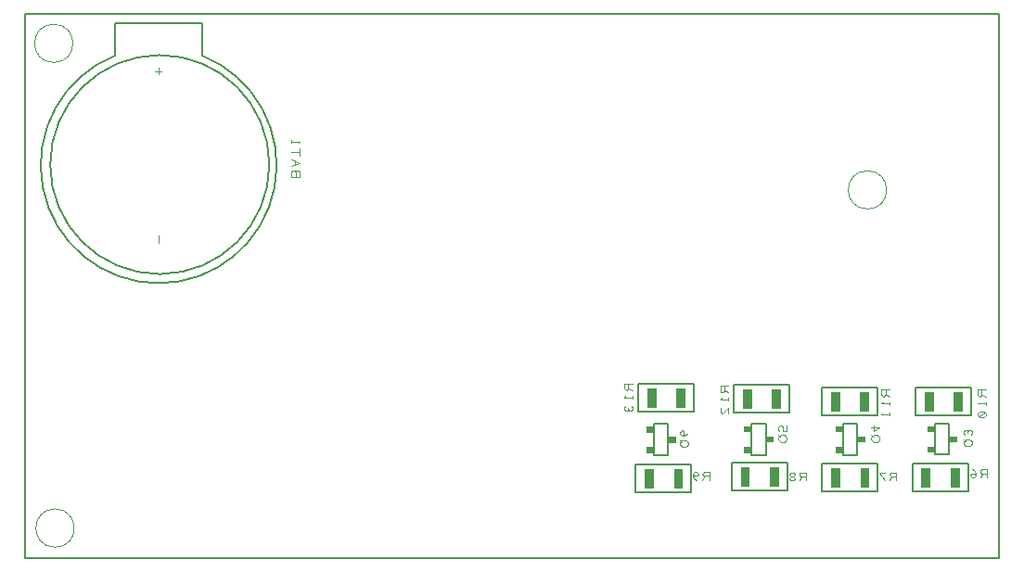
<source format=gbr>
%FSLAX35Y35*%
%MOIN*%
G04 EasyPC Gerber Version 18.0.8 Build 3632 *
%ADD11C,0.00100*%
%ADD13C,0.00394*%
%ADD126C,0.00400*%
%ADD10C,0.00500*%
%ADD16C,0.00600*%
%ADD19C,0.00800*%
X0Y0D02*
D02*
D10*
X11020Y250D02*
X361020D01*
Y195801*
X11020*
Y250*
X250469Y23902D02*
X230469D01*
Y33902*
X250469*
Y23902*
X251335Y52681D02*
X231335D01*
Y62681*
X251335*
Y52681*
X284878Y24315D02*
X264878D01*
Y34315*
X284878*
Y24315*
X285685Y52465D02*
X265685D01*
Y62465*
X285685*
Y52465*
X317309Y51579D02*
X297309D01*
Y61579*
X317309*
Y51579*
X317447Y23970D02*
X297447D01*
Y33970*
X317447*
Y23970*
X349839Y24089D02*
X329839D01*
Y34089*
X349839*
Y24089*
X351089Y51372D02*
X331089D01*
Y61372*
X351089*
Y51372*
D02*
D11*
X21325Y192061D02*
G75*
G03Y178281J-6890D01*
G01*
G75*
G03Y192061J6890*
G01*
X21788Y17780D02*
G75*
G03Y4000J-6890D01*
G01*
G75*
G03Y17780J6890*
G01*
X234404Y38170D02*
Y39970D01*
X236704*
Y38170*
X234404*
G36*
Y39970*
X236704*
Y38170*
X234404*
G37*
Y45570D02*
Y47370D01*
X236704*
Y45570*
X234404*
G36*
Y47370*
X236704*
Y45570*
X234404*
G37*
X236722Y25559D02*
X233769D01*
Y32252*
X236722*
Y25559*
G36*
X233769*
Y32252*
X236722*
Y25559*
G37*
X237588Y54338D02*
X234635D01*
Y61031*
X237588*
Y54338*
G36*
X234635*
Y61031*
X237588*
Y54338*
G37*
X242304Y41870D02*
Y43670D01*
X244604*
Y41870*
X242304*
G36*
Y43670*
X244604*
Y41870*
X242304*
G37*
X247169Y25552D02*
X244216D01*
Y32244*
X247169*
Y25552*
G36*
X244216*
Y32244*
X247169*
Y25552*
G37*
X248035Y54331D02*
X245082D01*
Y61024*
X248035*
Y54331*
G36*
X245082*
Y61024*
X248035*
Y54331*
G37*
X269493Y38239D02*
Y40039D01*
X271793*
Y38239*
X269493*
G36*
Y40039*
X271793*
Y38239*
X269493*
G37*
Y45639D02*
Y47439D01*
X271793*
Y45639*
X269493*
G36*
Y47439*
X271793*
Y45639*
X269493*
G37*
X271131Y25972D02*
X268178D01*
Y32665*
X271131*
Y25972*
G36*
X268178*
Y32665*
X271131*
Y25972*
G37*
X271939Y54122D02*
X268985D01*
Y60815*
X271939*
Y54122*
G36*
X268985*
Y60815*
X271939*
Y54122*
G37*
X277393Y41939D02*
Y43739D01*
X279693*
Y41939*
X277393*
G36*
Y43739*
X279693*
Y41939*
X277393*
G37*
X281578Y25965D02*
X278625D01*
Y32658*
X281578*
Y25965*
G36*
X278625*
Y32658*
X281578*
Y25965*
G37*
X282385Y54115D02*
X279432D01*
Y60807*
X282385*
Y54115*
G36*
X279432*
Y60807*
X282385*
Y54115*
G37*
X302367Y38239D02*
Y40039D01*
X304667*
Y38239*
X302367*
G36*
Y40039*
X304667*
Y38239*
X302367*
G37*
Y45639D02*
Y47439D01*
X304667*
Y45639*
X302367*
G36*
Y47439*
X304667*
Y45639*
X302367*
G37*
X303563Y53236D02*
X300609D01*
Y59929*
X303563*
Y53236*
G36*
X300609*
Y59929*
X303563*
Y53236*
G37*
X303700Y25628D02*
X300747D01*
Y32320*
X303700*
Y25628*
G36*
X300747*
Y32320*
X303700*
Y25628*
G37*
X310267Y41939D02*
Y43739D01*
X312567*
Y41939*
X310267*
G36*
Y43739*
X312567*
Y41939*
X310267*
G37*
X313746Y139374D02*
G75*
G03Y125594J-6890D01*
G01*
G75*
G03Y139374J6890*
G01*
X314009Y53229D02*
X311056D01*
Y59922*
X314009*
Y53229*
G36*
X311056*
Y59922*
X314009*
Y53229*
G37*
X314147Y25620D02*
X311194D01*
Y32313*
X314147*
Y25620*
G36*
X311194*
Y32313*
X314147*
Y25620*
G37*
X335369Y38317D02*
Y40117D01*
X337669*
Y38317*
X335369*
G36*
Y40117*
X337669*
Y38317*
X335369*
G37*
Y45717D02*
Y47517D01*
X337669*
Y45717*
X335369*
G36*
Y47517*
X337669*
Y45717*
X335369*
G37*
X336092Y25746D02*
X333139D01*
Y32439*
X336092*
Y25746*
G36*
X333139*
Y32439*
X336092*
Y25746*
G37*
X337342Y53029D02*
X334389D01*
Y59722*
X337342*
Y53029*
G36*
X334389*
Y59722*
X337342*
Y53029*
G37*
X343269Y42017D02*
Y43817D01*
X345569*
Y42017*
X343269*
G36*
Y43817*
X345569*
Y42017*
X343269*
G37*
X346539Y25739D02*
X343586D01*
Y32431*
X346539*
Y25739*
G36*
X343586*
Y32431*
X346539*
Y25739*
G37*
X347789Y53022D02*
X344836D01*
Y59715*
X347789*
Y53022*
G36*
X344836*
Y59715*
X347789*
Y53022*
G37*
D02*
D13*
X108235Y138774D02*
X107989Y139266D01*
X107496Y139512*
X107004Y139266*
X106758Y138774*
Y137051*
X109711*
Y138774*
X109465Y139266*
X108973Y139512*
X108481Y139266*
X108235Y138774*
Y137051*
X106758Y140988D02*
X109711Y142219D01*
X106758Y143449*
X107989Y141480D02*
Y142957D01*
X106758Y146156D02*
X109711D01*
Y144925D02*
Y147386D01*
X106758Y149354D02*
Y150339D01*
Y149846D02*
X109711D01*
X109219Y149354*
X229248Y62819D02*
X226296D01*
Y61096*
X226542Y60604*
X227034Y60358*
X227526Y60604*
X227772Y61096*
Y62819*
Y61096D02*
X229248Y60358D01*
Y58390D02*
Y57406D01*
Y57898D02*
X226296D01*
X226788Y58390*
X229002Y54699D02*
X229248Y54207D01*
Y53715*
X229002Y53222*
X228510Y52976*
X228018Y53222*
X227772Y53715*
Y54207*
Y53715D02*
X227526Y53222D01*
X227034Y52976*
X226542Y53222*
X226296Y53715*
Y54207*
X226542Y54699*
X247270Y40093D02*
X248254D01*
X248746Y40339*
X248993Y40585*
X249239Y41077*
Y41569*
X248993Y42061*
X248746Y42307*
X248254Y42553*
X247270*
X246778Y42307*
X246532Y42061*
X246286Y41569*
Y41077*
X246532Y40585*
X246778Y40339*
X247270Y40093*
X247024Y41815D02*
X246286Y42553D01*
X247024Y44030D02*
X247516Y44276D01*
X247762Y44768*
Y45260*
X247516Y45752*
X247024Y45998*
X246532Y45752*
X246286Y45260*
Y44768*
X246532Y44276*
X247024Y44030*
X247762*
X248500Y44276*
X248993Y44768*
X249239Y45260*
X256906Y28203D02*
Y31156D01*
X255183*
X254691Y30909*
X254445Y30417*
X254691Y29925*
X255183Y29679*
X256906*
X255183D02*
X254445Y28203D01*
X252231D02*
X251739Y28449D01*
X251246Y28941*
X251000Y29679*
Y30417*
X251246Y30909*
X251739Y31156*
X252231*
X252723Y30909*
X252969Y30417*
X252723Y29925*
X252231Y29679*
X251739*
X251246Y29925*
X251000Y30417*
X263806Y62091D02*
X260853D01*
Y60368*
X261099Y59876*
X261591Y59630*
X262083Y59876*
X262329Y60368*
Y62091*
Y60368D02*
X263806Y59630D01*
Y57661D02*
Y56677D01*
Y57169D02*
X260853D01*
X261345Y57661*
X263806Y52248D02*
Y54217D01*
X262083Y52494*
X261591Y52248*
X261099Y52494*
X260853Y52986*
Y53724*
X261099Y54217*
X282723Y41913D02*
X283707D01*
X284199Y42159*
X284445Y42406*
X284691Y42898*
Y43390*
X284445Y43882*
X284199Y44128*
X283707Y44374*
X282723*
X282231Y44128*
X281985Y43882*
X281739Y43390*
Y42898*
X281985Y42406*
X282231Y42159*
X282723Y41913*
X282477Y43636D02*
X281739Y44374D01*
X281985Y45850D02*
X281739Y46343D01*
Y47081*
X281985Y47573*
X282477Y47819*
X282723*
X283215Y47573*
X283461Y47081*
Y45850*
X284691*
Y47819*
X291640Y27957D02*
Y30909D01*
X289918*
X289426Y30663*
X289180Y30171*
X289426Y29679*
X289918Y29433*
X291640*
X289918D02*
X289180Y27957D01*
X286965Y29433D02*
X286473D01*
X285981Y29679*
X285735Y30171*
X285981Y30663*
X286473Y30909*
X286965*
X287457Y30663*
X287703Y30171*
X287457Y29679*
X286965Y29433*
X287457Y29187*
X287703Y28695*
X287457Y28203*
X286965Y27957*
X286473*
X285981Y28203*
X285735Y28695*
X285981Y29187*
X286473Y29433*
X316128Y41913D02*
X317113D01*
X317605Y42159*
X317851Y42406*
X318097Y42898*
Y43390*
X317851Y43882*
X317605Y44128*
X317113Y44374*
X316128*
X315636Y44128*
X315390Y43882*
X315144Y43390*
Y42898*
X315390Y42406*
X315636Y42159*
X316128Y41913*
X315882Y43636D02*
X315144Y44374D01*
Y47081D02*
X318097D01*
X316128Y45850*
Y47819*
X321660Y60673D02*
X318707D01*
Y58951*
X318953Y58459*
X319445Y58213*
X319937Y58459*
X320183Y58951*
Y60673*
Y58951D02*
X321660Y58213D01*
Y56244D02*
Y55260D01*
Y55752D02*
X318707D01*
X319199Y56244*
X321660Y52307D02*
Y51323D01*
Y51815D02*
X318707D01*
X319199Y52307*
X324061Y27967D02*
Y30919D01*
X322339*
X321847Y30673*
X321601Y30181*
X321847Y29689*
X322339Y29443*
X324061*
X322339D02*
X321601Y27967D01*
X320124D02*
X318156Y30919D01*
X320124*
X349278Y40329D02*
X350262D01*
X350754Y40575*
X351000Y40821*
X351246Y41313*
Y41805*
X351000Y42297*
X350754Y42543*
X350262Y42789*
X349278*
X348786Y42543*
X348540Y42297*
X348294Y41805*
Y41313*
X348540Y40821*
X348786Y40575*
X349278Y40329*
X349032Y42051D02*
X348294Y42789D01*
X348540Y44512D02*
X348294Y45004D01*
Y45496*
X348540Y45988*
X349032Y46234*
X349524Y45988*
X349770Y45496*
Y45004*
Y45496D02*
X350016Y45988D01*
X350508Y46234*
X351000Y45988*
X351246Y45496*
Y45004*
X351000Y44512*
X356640Y29108D02*
Y32061D01*
X354918*
X354426Y31815*
X354180Y31323*
X354426Y30831*
X354918Y30585*
X356640*
X354918D02*
X354180Y29108D01*
X352703Y29846D02*
X352457Y30339D01*
X351965Y30585*
X351473*
X350981Y30339*
X350735Y29846*
X350981Y29354*
X351473Y29108*
X351965*
X352457Y29354*
X352703Y29846*
Y30585*
X352457Y31323*
X351965Y31815*
X351473Y32061*
X356246Y60634D02*
X353294D01*
Y58911*
X353540Y58419*
X354032Y58173*
X354524Y58419*
X354770Y58911*
Y60634*
Y58911D02*
X356246Y58173D01*
Y56205D02*
Y55220D01*
Y55713D02*
X353294D01*
X353786Y56205*
X356000Y52514D02*
X356246Y52022D01*
Y51530*
X356000Y51037*
X355508Y50791*
X354032*
X353540Y51037*
X353294Y51530*
Y52022*
X353540Y52514*
X354032Y52760*
X355508*
X356000Y52514*
X353540Y51037*
D02*
D16*
X242104Y37170D02*
Y48370D01*
X236904*
Y37170*
X242104*
X277193Y37239D02*
Y48439D01*
X271993*
Y37239*
X277193*
X310067D02*
Y48439D01*
X304867*
Y37239*
X310067*
X343069Y37317D02*
Y48517D01*
X337869*
Y37317*
X343069*
D02*
D19*
X43274Y180722D02*
G75*
G03X74770Y180722I15748J-39370D01*
G01*
X74770Y192533*
X43274*
Y180722*
X43274Y180722*
X59416Y180959D02*
G75*
G02Y102219J-39370D01*
G01*
G75*
G02Y180959J39370*
G01*
D02*
D126*
X58847Y113596D02*
Y116096D01*
Y173970D02*
Y176470D01*
X57597Y175220D02*
X60097D01*
X0Y0D02*
M02*

</source>
